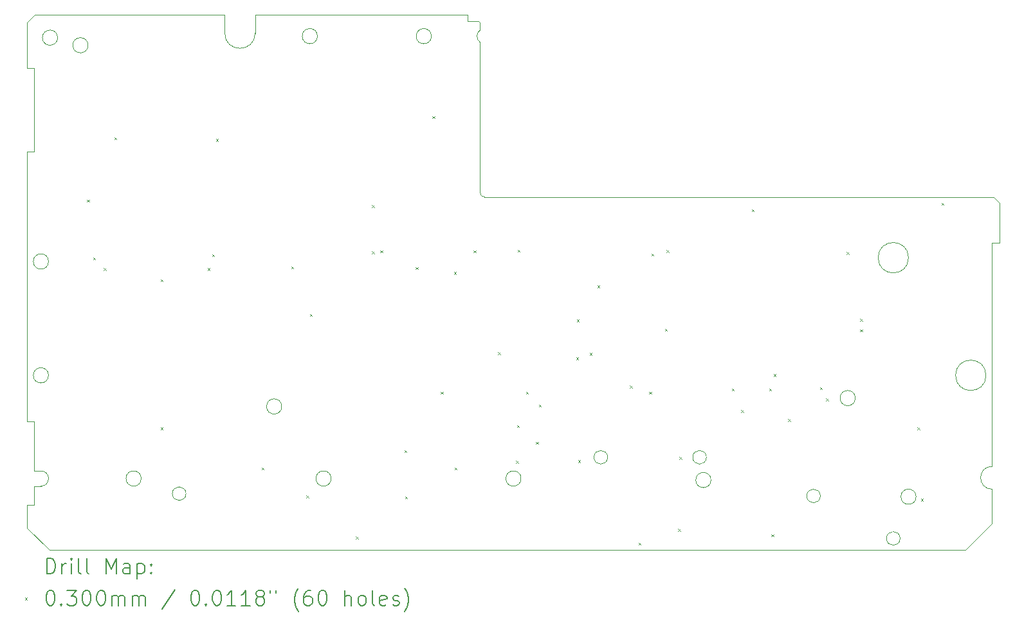
<source format=gbr>
%TF.GenerationSoftware,KiCad,Pcbnew,8.0.5-unknown-202409261835~48b9027842~ubuntu24.04.1*%
%TF.CreationDate,2024-10-03T20:36:13+08:00*%
%TF.ProjectId,EL6170_Pro_Max_Plus,454c3631-3730-45f5-9072-6f5f4d61785f,rev?*%
%TF.SameCoordinates,Original*%
%TF.FileFunction,Drillmap*%
%TF.FilePolarity,Positive*%
%FSLAX45Y45*%
G04 Gerber Fmt 4.5, Leading zero omitted, Abs format (unit mm)*
G04 Created by KiCad (PCBNEW 8.0.5-unknown-202409261835~48b9027842~ubuntu24.04.1) date 2024-10-03 20:36:13*
%MOMM*%
%LPD*%
G01*
G04 APERTURE LIST*
%ADD10C,0.050000*%
%ADD11C,0.200000*%
%ADD12C,0.100000*%
G04 APERTURE END LIST*
D10*
X9380000Y-12460000D02*
X9290000Y-12460000D01*
X21550000Y-13300000D02*
X9490000Y-13300000D01*
X9200000Y-12710000D02*
X9200000Y-13010000D01*
X15220000Y-8650000D02*
X21920000Y-8650000D01*
X20100000Y-11300000D02*
G75*
G02*
X19900000Y-11300000I-100000J0D01*
G01*
X19900000Y-11300000D02*
G75*
G02*
X20100000Y-11300000I100000J0D01*
G01*
X15140000Y-6330000D02*
X15160000Y-6350000D01*
X15000000Y-6250000D02*
X15000000Y-6330000D01*
X9290000Y-11610000D02*
X9200000Y-11610000D01*
X18200000Y-12380000D02*
G75*
G02*
X18000000Y-12380000I-100000J0D01*
G01*
X18000000Y-12380000D02*
G75*
G02*
X18200000Y-12380000I100000J0D01*
G01*
X9600000Y-6550000D02*
G75*
G02*
X9400000Y-6550000I-100000J0D01*
G01*
X9400000Y-6550000D02*
G75*
G02*
X9600000Y-6550000I100000J0D01*
G01*
X21900000Y-12500000D02*
X21900000Y-12950000D01*
X15220000Y-8650000D02*
G75*
G02*
X15160000Y-8590000I0J60000D01*
G01*
X14520000Y-6530000D02*
G75*
G02*
X14320000Y-6530000I-100000J0D01*
G01*
X14320000Y-6530000D02*
G75*
G02*
X14520000Y-6530000I100000J0D01*
G01*
X9290000Y-12260000D02*
X9290000Y-11610000D01*
X11800000Y-6250000D02*
X9300000Y-6250000D01*
X22000000Y-9250000D02*
X21900000Y-9250000D01*
X20690000Y-13150000D02*
G75*
G02*
X20510000Y-13150000I-90000J0D01*
G01*
X20510000Y-13150000D02*
G75*
G02*
X20690000Y-13150000I90000J0D01*
G01*
X21900000Y-9250000D02*
X21900000Y-12200000D01*
X10000000Y-6650000D02*
G75*
G02*
X9800000Y-6650000I-100000J0D01*
G01*
X9800000Y-6650000D02*
G75*
G02*
X10000000Y-6650000I100000J0D01*
G01*
X12550000Y-11410000D02*
G75*
G02*
X12350000Y-11410000I-100000J0D01*
G01*
X12350000Y-11410000D02*
G75*
G02*
X12550000Y-11410000I100000J0D01*
G01*
X9380000Y-12260000D02*
G75*
G02*
X9380000Y-12460000I0J-100000D01*
G01*
X11290000Y-12560000D02*
G75*
G02*
X11110000Y-12560000I-90000J0D01*
G01*
X11110000Y-12560000D02*
G75*
G02*
X11290000Y-12560000I90000J0D01*
G01*
X9490000Y-13300000D02*
X9200000Y-13010000D01*
X9200000Y-6350000D02*
X9200000Y-6950000D01*
X20900000Y-12600000D02*
G75*
G02*
X20700000Y-12600000I-100000J0D01*
G01*
X20700000Y-12600000D02*
G75*
G02*
X20900000Y-12600000I100000J0D01*
G01*
X13200000Y-12360000D02*
G75*
G02*
X13000000Y-12360000I-100000J0D01*
G01*
X13000000Y-12360000D02*
G75*
G02*
X13200000Y-12360000I100000J0D01*
G01*
X9380000Y-12260000D02*
X9290000Y-12260000D01*
X9290000Y-12460000D02*
X9290000Y-12710000D01*
X20800000Y-9450000D02*
G75*
G02*
X20400000Y-9450000I-200000J0D01*
G01*
X20400000Y-9450000D02*
G75*
G02*
X20800000Y-9450000I200000J0D01*
G01*
X21900000Y-12500000D02*
G75*
G02*
X21900000Y-12200000I0J150000D01*
G01*
X13020000Y-6530000D02*
G75*
G02*
X12820000Y-6530000I-100000J0D01*
G01*
X12820000Y-6530000D02*
G75*
G02*
X13020000Y-6530000I100000J0D01*
G01*
X9200000Y-6950000D02*
X9290000Y-6950000D01*
X9200000Y-11610000D02*
X9200000Y-8050000D01*
X18140000Y-12080000D02*
G75*
G02*
X17960000Y-12080000I-90000J0D01*
G01*
X17960000Y-12080000D02*
G75*
G02*
X18140000Y-12080000I90000J0D01*
G01*
X9480000Y-11000000D02*
G75*
G02*
X9280000Y-11000000I-100000J0D01*
G01*
X9280000Y-11000000D02*
G75*
G02*
X9480000Y-11000000I100000J0D01*
G01*
X9290000Y-6950000D02*
X9290000Y-8050000D01*
X9480000Y-9500000D02*
G75*
G02*
X9280000Y-9500000I-100000J0D01*
G01*
X9280000Y-9500000D02*
G75*
G02*
X9480000Y-9500000I100000J0D01*
G01*
X15000000Y-6330000D02*
X15140000Y-6330000D01*
X9290000Y-8050000D02*
X9200000Y-8050000D01*
X21900000Y-12950000D02*
X21550000Y-13300000D01*
X15000000Y-6250000D02*
X12200000Y-6250000D01*
X10700000Y-12360000D02*
G75*
G02*
X10500000Y-12360000I-100000J0D01*
G01*
X10500000Y-12360000D02*
G75*
G02*
X10700000Y-12360000I100000J0D01*
G01*
X12200000Y-6490000D02*
G75*
G02*
X11800000Y-6490000I-200000J0D01*
G01*
X9200000Y-12710000D02*
X9290000Y-12710000D01*
X9200000Y-6350000D02*
X9300000Y-6250000D01*
X15700000Y-12360000D02*
G75*
G02*
X15500000Y-12360000I-100000J0D01*
G01*
X15500000Y-12360000D02*
G75*
G02*
X15700000Y-12360000I100000J0D01*
G01*
X16840000Y-12080000D02*
G75*
G02*
X16660000Y-12080000I-90000J0D01*
G01*
X16660000Y-12080000D02*
G75*
G02*
X16840000Y-12080000I90000J0D01*
G01*
X19640000Y-12590000D02*
G75*
G02*
X19460000Y-12590000I-90000J0D01*
G01*
X19460000Y-12590000D02*
G75*
G02*
X19640000Y-12590000I90000J0D01*
G01*
X15160000Y-6610000D02*
X15160000Y-8590000D01*
X15160000Y-6350000D02*
X15160000Y-6450000D01*
X11800000Y-6490000D02*
X11800000Y-6250000D01*
X21920000Y-8650000D02*
X22000000Y-8730000D01*
X12200000Y-6490000D02*
X12200000Y-6250000D01*
X21820000Y-11000000D02*
G75*
G02*
X21420000Y-11000000I-200000J0D01*
G01*
X21420000Y-11000000D02*
G75*
G02*
X21820000Y-11000000I200000J0D01*
G01*
X22000000Y-8730000D02*
X22000000Y-9250000D01*
X15160000Y-6610000D02*
G75*
G02*
X15160000Y-6450000I60000J80000D01*
G01*
D11*
D12*
X9985000Y-8685000D02*
X10015000Y-8715000D01*
X10015000Y-8685000D02*
X9985000Y-8715000D01*
X10065000Y-9445000D02*
X10095000Y-9475000D01*
X10095000Y-9445000D02*
X10065000Y-9475000D01*
X10205000Y-9585000D02*
X10235000Y-9615000D01*
X10235000Y-9585000D02*
X10205000Y-9615000D01*
X10345000Y-7865000D02*
X10375000Y-7895000D01*
X10375000Y-7865000D02*
X10345000Y-7895000D01*
X10955000Y-9735000D02*
X10985000Y-9765000D01*
X10985000Y-9735000D02*
X10955000Y-9765000D01*
X10955000Y-11685000D02*
X10985000Y-11715000D01*
X10985000Y-11685000D02*
X10955000Y-11715000D01*
X11575000Y-9585000D02*
X11605000Y-9615000D01*
X11605000Y-9585000D02*
X11575000Y-9615000D01*
X11635000Y-9405000D02*
X11665000Y-9435000D01*
X11665000Y-9405000D02*
X11635000Y-9435000D01*
X11685000Y-7885000D02*
X11715000Y-7915000D01*
X11715000Y-7885000D02*
X11685000Y-7915000D01*
X12285000Y-12215000D02*
X12315000Y-12245000D01*
X12315000Y-12215000D02*
X12285000Y-12245000D01*
X12675000Y-9565000D02*
X12705000Y-9595000D01*
X12705000Y-9565000D02*
X12675000Y-9595000D01*
X12875000Y-12585000D02*
X12905000Y-12615000D01*
X12905000Y-12585000D02*
X12875000Y-12615000D01*
X12920899Y-10190871D02*
X12950899Y-10220871D01*
X12950899Y-10190871D02*
X12920899Y-10220871D01*
X13525000Y-13125000D02*
X13555000Y-13155000D01*
X13555000Y-13125000D02*
X13525000Y-13155000D01*
X13735000Y-8755000D02*
X13765000Y-8785000D01*
X13765000Y-8755000D02*
X13735000Y-8785000D01*
X13735000Y-9365000D02*
X13765000Y-9395000D01*
X13765000Y-9365000D02*
X13735000Y-9395000D01*
X13845000Y-9355000D02*
X13875000Y-9385000D01*
X13875000Y-9355000D02*
X13845000Y-9385000D01*
X14165000Y-11985000D02*
X14195000Y-12015000D01*
X14195000Y-11985000D02*
X14165000Y-12015000D01*
X14174786Y-12595213D02*
X14204786Y-12625213D01*
X14204786Y-12595213D02*
X14174786Y-12625213D01*
X14315000Y-9575000D02*
X14345000Y-9605000D01*
X14345000Y-9575000D02*
X14315000Y-9605000D01*
X14535000Y-7585000D02*
X14565000Y-7615000D01*
X14565000Y-7585000D02*
X14535000Y-7615000D01*
X14645000Y-11215000D02*
X14675000Y-11245000D01*
X14675000Y-11215000D02*
X14645000Y-11245000D01*
X14815000Y-9635000D02*
X14845000Y-9665000D01*
X14845000Y-9635000D02*
X14815000Y-9665000D01*
X14825000Y-12215000D02*
X14855000Y-12245000D01*
X14855000Y-12215000D02*
X14825000Y-12245000D01*
X15075000Y-9355000D02*
X15105000Y-9385000D01*
X15105000Y-9355000D02*
X15075000Y-9385000D01*
X15394786Y-10695213D02*
X15424786Y-10725213D01*
X15424786Y-10695213D02*
X15394786Y-10725213D01*
X15635000Y-12125000D02*
X15665000Y-12155000D01*
X15665000Y-12125000D02*
X15635000Y-12155000D01*
X15645000Y-11655000D02*
X15675000Y-11685000D01*
X15675000Y-11655000D02*
X15645000Y-11685000D01*
X15655000Y-9345000D02*
X15685000Y-9375000D01*
X15685000Y-9345000D02*
X15655000Y-9375000D01*
X15765000Y-11215000D02*
X15795000Y-11245000D01*
X15795000Y-11215000D02*
X15765000Y-11245000D01*
X15895000Y-11875000D02*
X15925000Y-11905000D01*
X15925000Y-11875000D02*
X15895000Y-11905000D01*
X15935000Y-11385000D02*
X15965000Y-11415000D01*
X15965000Y-11385000D02*
X15935000Y-11415000D01*
X16425000Y-10765000D02*
X16455000Y-10795000D01*
X16455000Y-10765000D02*
X16425000Y-10795000D01*
X16434808Y-10265000D02*
X16464808Y-10295000D01*
X16464808Y-10265000D02*
X16434808Y-10295000D01*
X16451722Y-12118785D02*
X16481722Y-12148785D01*
X16481722Y-12118785D02*
X16451722Y-12148785D01*
X16605000Y-10705000D02*
X16635000Y-10735000D01*
X16635000Y-10705000D02*
X16605000Y-10735000D01*
X16705000Y-9815000D02*
X16735000Y-9845000D01*
X16735000Y-9815000D02*
X16705000Y-9845000D01*
X17130147Y-11135000D02*
X17160147Y-11165000D01*
X17160147Y-11135000D02*
X17130147Y-11165000D01*
X17245000Y-13205000D02*
X17275000Y-13235000D01*
X17275000Y-13205000D02*
X17245000Y-13235000D01*
X17385000Y-11215000D02*
X17415000Y-11245000D01*
X17415000Y-11215000D02*
X17385000Y-11245000D01*
X17415000Y-9395000D02*
X17445000Y-9425000D01*
X17445000Y-9395000D02*
X17415000Y-9425000D01*
X17595000Y-10385000D02*
X17625000Y-10415000D01*
X17625000Y-10385000D02*
X17595000Y-10415000D01*
X17615000Y-9349000D02*
X17645000Y-9379000D01*
X17645000Y-9349000D02*
X17615000Y-9379000D01*
X17765000Y-13025000D02*
X17795000Y-13055000D01*
X17795000Y-13025000D02*
X17765000Y-13055000D01*
X17785000Y-12075000D02*
X17815000Y-12105000D01*
X17815000Y-12075000D02*
X17785000Y-12105000D01*
X18475000Y-11174241D02*
X18505000Y-11204241D01*
X18505000Y-11174241D02*
X18475000Y-11204241D01*
X18595000Y-11455000D02*
X18625000Y-11485000D01*
X18625000Y-11455000D02*
X18595000Y-11485000D01*
X18735207Y-8812556D02*
X18765207Y-8842556D01*
X18765207Y-8812556D02*
X18735207Y-8842556D01*
X18965535Y-11174241D02*
X18995535Y-11204241D01*
X18995535Y-11174241D02*
X18965535Y-11204241D01*
X18995000Y-13095000D02*
X19025000Y-13125000D01*
X19025000Y-13095000D02*
X18995000Y-13125000D01*
X19025000Y-10985000D02*
X19055000Y-11015000D01*
X19055000Y-10985000D02*
X19025000Y-11015000D01*
X19215000Y-11575000D02*
X19245000Y-11605000D01*
X19245000Y-11575000D02*
X19215000Y-11605000D01*
X19635000Y-11155000D02*
X19665000Y-11185000D01*
X19665000Y-11155000D02*
X19635000Y-11185000D01*
X19715000Y-11305000D02*
X19745000Y-11335000D01*
X19745000Y-11305000D02*
X19715000Y-11335000D01*
X19985000Y-9375000D02*
X20015000Y-9405000D01*
X20015000Y-9375000D02*
X19985000Y-9405000D01*
X20165000Y-10255000D02*
X20195000Y-10285000D01*
X20195000Y-10255000D02*
X20165000Y-10285000D01*
X20165000Y-10395000D02*
X20195000Y-10425000D01*
X20195000Y-10395000D02*
X20165000Y-10425000D01*
X20915000Y-11685000D02*
X20945000Y-11715000D01*
X20945000Y-11685000D02*
X20915000Y-11715000D01*
X20965000Y-12625000D02*
X20995000Y-12655000D01*
X20995000Y-12625000D02*
X20965000Y-12655000D01*
X21235000Y-8725000D02*
X21265000Y-8755000D01*
X21265000Y-8725000D02*
X21235000Y-8755000D01*
D11*
X9458277Y-13613984D02*
X9458277Y-13413984D01*
X9458277Y-13413984D02*
X9505896Y-13413984D01*
X9505896Y-13413984D02*
X9534467Y-13423508D01*
X9534467Y-13423508D02*
X9553515Y-13442555D01*
X9553515Y-13442555D02*
X9563039Y-13461603D01*
X9563039Y-13461603D02*
X9572563Y-13499698D01*
X9572563Y-13499698D02*
X9572563Y-13528269D01*
X9572563Y-13528269D02*
X9563039Y-13566365D01*
X9563039Y-13566365D02*
X9553515Y-13585412D01*
X9553515Y-13585412D02*
X9534467Y-13604460D01*
X9534467Y-13604460D02*
X9505896Y-13613984D01*
X9505896Y-13613984D02*
X9458277Y-13613984D01*
X9658277Y-13613984D02*
X9658277Y-13480650D01*
X9658277Y-13518746D02*
X9667801Y-13499698D01*
X9667801Y-13499698D02*
X9677324Y-13490174D01*
X9677324Y-13490174D02*
X9696372Y-13480650D01*
X9696372Y-13480650D02*
X9715420Y-13480650D01*
X9782086Y-13613984D02*
X9782086Y-13480650D01*
X9782086Y-13413984D02*
X9772563Y-13423508D01*
X9772563Y-13423508D02*
X9782086Y-13433031D01*
X9782086Y-13433031D02*
X9791610Y-13423508D01*
X9791610Y-13423508D02*
X9782086Y-13413984D01*
X9782086Y-13413984D02*
X9782086Y-13433031D01*
X9905896Y-13613984D02*
X9886848Y-13604460D01*
X9886848Y-13604460D02*
X9877324Y-13585412D01*
X9877324Y-13585412D02*
X9877324Y-13413984D01*
X10010658Y-13613984D02*
X9991610Y-13604460D01*
X9991610Y-13604460D02*
X9982086Y-13585412D01*
X9982086Y-13585412D02*
X9982086Y-13413984D01*
X10239229Y-13613984D02*
X10239229Y-13413984D01*
X10239229Y-13413984D02*
X10305896Y-13556841D01*
X10305896Y-13556841D02*
X10372563Y-13413984D01*
X10372563Y-13413984D02*
X10372563Y-13613984D01*
X10553515Y-13613984D02*
X10553515Y-13509222D01*
X10553515Y-13509222D02*
X10543991Y-13490174D01*
X10543991Y-13490174D02*
X10524944Y-13480650D01*
X10524944Y-13480650D02*
X10486848Y-13480650D01*
X10486848Y-13480650D02*
X10467801Y-13490174D01*
X10553515Y-13604460D02*
X10534467Y-13613984D01*
X10534467Y-13613984D02*
X10486848Y-13613984D01*
X10486848Y-13613984D02*
X10467801Y-13604460D01*
X10467801Y-13604460D02*
X10458277Y-13585412D01*
X10458277Y-13585412D02*
X10458277Y-13566365D01*
X10458277Y-13566365D02*
X10467801Y-13547317D01*
X10467801Y-13547317D02*
X10486848Y-13537793D01*
X10486848Y-13537793D02*
X10534467Y-13537793D01*
X10534467Y-13537793D02*
X10553515Y-13528269D01*
X10648753Y-13480650D02*
X10648753Y-13680650D01*
X10648753Y-13490174D02*
X10667801Y-13480650D01*
X10667801Y-13480650D02*
X10705896Y-13480650D01*
X10705896Y-13480650D02*
X10724944Y-13490174D01*
X10724944Y-13490174D02*
X10734467Y-13499698D01*
X10734467Y-13499698D02*
X10743991Y-13518746D01*
X10743991Y-13518746D02*
X10743991Y-13575888D01*
X10743991Y-13575888D02*
X10734467Y-13594936D01*
X10734467Y-13594936D02*
X10724944Y-13604460D01*
X10724944Y-13604460D02*
X10705896Y-13613984D01*
X10705896Y-13613984D02*
X10667801Y-13613984D01*
X10667801Y-13613984D02*
X10648753Y-13604460D01*
X10829705Y-13594936D02*
X10839229Y-13604460D01*
X10839229Y-13604460D02*
X10829705Y-13613984D01*
X10829705Y-13613984D02*
X10820182Y-13604460D01*
X10820182Y-13604460D02*
X10829705Y-13594936D01*
X10829705Y-13594936D02*
X10829705Y-13613984D01*
X10829705Y-13490174D02*
X10839229Y-13499698D01*
X10839229Y-13499698D02*
X10829705Y-13509222D01*
X10829705Y-13509222D02*
X10820182Y-13499698D01*
X10820182Y-13499698D02*
X10829705Y-13490174D01*
X10829705Y-13490174D02*
X10829705Y-13509222D01*
D12*
X9167500Y-13927500D02*
X9197500Y-13957500D01*
X9197500Y-13927500D02*
X9167500Y-13957500D01*
D11*
X9496372Y-13833984D02*
X9515420Y-13833984D01*
X9515420Y-13833984D02*
X9534467Y-13843508D01*
X9534467Y-13843508D02*
X9543991Y-13853031D01*
X9543991Y-13853031D02*
X9553515Y-13872079D01*
X9553515Y-13872079D02*
X9563039Y-13910174D01*
X9563039Y-13910174D02*
X9563039Y-13957793D01*
X9563039Y-13957793D02*
X9553515Y-13995888D01*
X9553515Y-13995888D02*
X9543991Y-14014936D01*
X9543991Y-14014936D02*
X9534467Y-14024460D01*
X9534467Y-14024460D02*
X9515420Y-14033984D01*
X9515420Y-14033984D02*
X9496372Y-14033984D01*
X9496372Y-14033984D02*
X9477324Y-14024460D01*
X9477324Y-14024460D02*
X9467801Y-14014936D01*
X9467801Y-14014936D02*
X9458277Y-13995888D01*
X9458277Y-13995888D02*
X9448753Y-13957793D01*
X9448753Y-13957793D02*
X9448753Y-13910174D01*
X9448753Y-13910174D02*
X9458277Y-13872079D01*
X9458277Y-13872079D02*
X9467801Y-13853031D01*
X9467801Y-13853031D02*
X9477324Y-13843508D01*
X9477324Y-13843508D02*
X9496372Y-13833984D01*
X9648753Y-14014936D02*
X9658277Y-14024460D01*
X9658277Y-14024460D02*
X9648753Y-14033984D01*
X9648753Y-14033984D02*
X9639229Y-14024460D01*
X9639229Y-14024460D02*
X9648753Y-14014936D01*
X9648753Y-14014936D02*
X9648753Y-14033984D01*
X9724944Y-13833984D02*
X9848753Y-13833984D01*
X9848753Y-13833984D02*
X9782086Y-13910174D01*
X9782086Y-13910174D02*
X9810658Y-13910174D01*
X9810658Y-13910174D02*
X9829705Y-13919698D01*
X9829705Y-13919698D02*
X9839229Y-13929222D01*
X9839229Y-13929222D02*
X9848753Y-13948269D01*
X9848753Y-13948269D02*
X9848753Y-13995888D01*
X9848753Y-13995888D02*
X9839229Y-14014936D01*
X9839229Y-14014936D02*
X9829705Y-14024460D01*
X9829705Y-14024460D02*
X9810658Y-14033984D01*
X9810658Y-14033984D02*
X9753515Y-14033984D01*
X9753515Y-14033984D02*
X9734467Y-14024460D01*
X9734467Y-14024460D02*
X9724944Y-14014936D01*
X9972563Y-13833984D02*
X9991610Y-13833984D01*
X9991610Y-13833984D02*
X10010658Y-13843508D01*
X10010658Y-13843508D02*
X10020182Y-13853031D01*
X10020182Y-13853031D02*
X10029705Y-13872079D01*
X10029705Y-13872079D02*
X10039229Y-13910174D01*
X10039229Y-13910174D02*
X10039229Y-13957793D01*
X10039229Y-13957793D02*
X10029705Y-13995888D01*
X10029705Y-13995888D02*
X10020182Y-14014936D01*
X10020182Y-14014936D02*
X10010658Y-14024460D01*
X10010658Y-14024460D02*
X9991610Y-14033984D01*
X9991610Y-14033984D02*
X9972563Y-14033984D01*
X9972563Y-14033984D02*
X9953515Y-14024460D01*
X9953515Y-14024460D02*
X9943991Y-14014936D01*
X9943991Y-14014936D02*
X9934467Y-13995888D01*
X9934467Y-13995888D02*
X9924944Y-13957793D01*
X9924944Y-13957793D02*
X9924944Y-13910174D01*
X9924944Y-13910174D02*
X9934467Y-13872079D01*
X9934467Y-13872079D02*
X9943991Y-13853031D01*
X9943991Y-13853031D02*
X9953515Y-13843508D01*
X9953515Y-13843508D02*
X9972563Y-13833984D01*
X10163039Y-13833984D02*
X10182086Y-13833984D01*
X10182086Y-13833984D02*
X10201134Y-13843508D01*
X10201134Y-13843508D02*
X10210658Y-13853031D01*
X10210658Y-13853031D02*
X10220182Y-13872079D01*
X10220182Y-13872079D02*
X10229705Y-13910174D01*
X10229705Y-13910174D02*
X10229705Y-13957793D01*
X10229705Y-13957793D02*
X10220182Y-13995888D01*
X10220182Y-13995888D02*
X10210658Y-14014936D01*
X10210658Y-14014936D02*
X10201134Y-14024460D01*
X10201134Y-14024460D02*
X10182086Y-14033984D01*
X10182086Y-14033984D02*
X10163039Y-14033984D01*
X10163039Y-14033984D02*
X10143991Y-14024460D01*
X10143991Y-14024460D02*
X10134467Y-14014936D01*
X10134467Y-14014936D02*
X10124944Y-13995888D01*
X10124944Y-13995888D02*
X10115420Y-13957793D01*
X10115420Y-13957793D02*
X10115420Y-13910174D01*
X10115420Y-13910174D02*
X10124944Y-13872079D01*
X10124944Y-13872079D02*
X10134467Y-13853031D01*
X10134467Y-13853031D02*
X10143991Y-13843508D01*
X10143991Y-13843508D02*
X10163039Y-13833984D01*
X10315420Y-14033984D02*
X10315420Y-13900650D01*
X10315420Y-13919698D02*
X10324944Y-13910174D01*
X10324944Y-13910174D02*
X10343991Y-13900650D01*
X10343991Y-13900650D02*
X10372563Y-13900650D01*
X10372563Y-13900650D02*
X10391610Y-13910174D01*
X10391610Y-13910174D02*
X10401134Y-13929222D01*
X10401134Y-13929222D02*
X10401134Y-14033984D01*
X10401134Y-13929222D02*
X10410658Y-13910174D01*
X10410658Y-13910174D02*
X10429705Y-13900650D01*
X10429705Y-13900650D02*
X10458277Y-13900650D01*
X10458277Y-13900650D02*
X10477325Y-13910174D01*
X10477325Y-13910174D02*
X10486848Y-13929222D01*
X10486848Y-13929222D02*
X10486848Y-14033984D01*
X10582086Y-14033984D02*
X10582086Y-13900650D01*
X10582086Y-13919698D02*
X10591610Y-13910174D01*
X10591610Y-13910174D02*
X10610658Y-13900650D01*
X10610658Y-13900650D02*
X10639229Y-13900650D01*
X10639229Y-13900650D02*
X10658277Y-13910174D01*
X10658277Y-13910174D02*
X10667801Y-13929222D01*
X10667801Y-13929222D02*
X10667801Y-14033984D01*
X10667801Y-13929222D02*
X10677325Y-13910174D01*
X10677325Y-13910174D02*
X10696372Y-13900650D01*
X10696372Y-13900650D02*
X10724944Y-13900650D01*
X10724944Y-13900650D02*
X10743991Y-13910174D01*
X10743991Y-13910174D02*
X10753515Y-13929222D01*
X10753515Y-13929222D02*
X10753515Y-14033984D01*
X11143991Y-13824460D02*
X10972563Y-14081603D01*
X11401134Y-13833984D02*
X11420182Y-13833984D01*
X11420182Y-13833984D02*
X11439229Y-13843508D01*
X11439229Y-13843508D02*
X11448753Y-13853031D01*
X11448753Y-13853031D02*
X11458277Y-13872079D01*
X11458277Y-13872079D02*
X11467801Y-13910174D01*
X11467801Y-13910174D02*
X11467801Y-13957793D01*
X11467801Y-13957793D02*
X11458277Y-13995888D01*
X11458277Y-13995888D02*
X11448753Y-14014936D01*
X11448753Y-14014936D02*
X11439229Y-14024460D01*
X11439229Y-14024460D02*
X11420182Y-14033984D01*
X11420182Y-14033984D02*
X11401134Y-14033984D01*
X11401134Y-14033984D02*
X11382086Y-14024460D01*
X11382086Y-14024460D02*
X11372563Y-14014936D01*
X11372563Y-14014936D02*
X11363039Y-13995888D01*
X11363039Y-13995888D02*
X11353515Y-13957793D01*
X11353515Y-13957793D02*
X11353515Y-13910174D01*
X11353515Y-13910174D02*
X11363039Y-13872079D01*
X11363039Y-13872079D02*
X11372563Y-13853031D01*
X11372563Y-13853031D02*
X11382086Y-13843508D01*
X11382086Y-13843508D02*
X11401134Y-13833984D01*
X11553515Y-14014936D02*
X11563039Y-14024460D01*
X11563039Y-14024460D02*
X11553515Y-14033984D01*
X11553515Y-14033984D02*
X11543991Y-14024460D01*
X11543991Y-14024460D02*
X11553515Y-14014936D01*
X11553515Y-14014936D02*
X11553515Y-14033984D01*
X11686848Y-13833984D02*
X11705896Y-13833984D01*
X11705896Y-13833984D02*
X11724944Y-13843508D01*
X11724944Y-13843508D02*
X11734467Y-13853031D01*
X11734467Y-13853031D02*
X11743991Y-13872079D01*
X11743991Y-13872079D02*
X11753515Y-13910174D01*
X11753515Y-13910174D02*
X11753515Y-13957793D01*
X11753515Y-13957793D02*
X11743991Y-13995888D01*
X11743991Y-13995888D02*
X11734467Y-14014936D01*
X11734467Y-14014936D02*
X11724944Y-14024460D01*
X11724944Y-14024460D02*
X11705896Y-14033984D01*
X11705896Y-14033984D02*
X11686848Y-14033984D01*
X11686848Y-14033984D02*
X11667801Y-14024460D01*
X11667801Y-14024460D02*
X11658277Y-14014936D01*
X11658277Y-14014936D02*
X11648753Y-13995888D01*
X11648753Y-13995888D02*
X11639229Y-13957793D01*
X11639229Y-13957793D02*
X11639229Y-13910174D01*
X11639229Y-13910174D02*
X11648753Y-13872079D01*
X11648753Y-13872079D02*
X11658277Y-13853031D01*
X11658277Y-13853031D02*
X11667801Y-13843508D01*
X11667801Y-13843508D02*
X11686848Y-13833984D01*
X11943991Y-14033984D02*
X11829706Y-14033984D01*
X11886848Y-14033984D02*
X11886848Y-13833984D01*
X11886848Y-13833984D02*
X11867801Y-13862555D01*
X11867801Y-13862555D02*
X11848753Y-13881603D01*
X11848753Y-13881603D02*
X11829706Y-13891127D01*
X12134467Y-14033984D02*
X12020182Y-14033984D01*
X12077325Y-14033984D02*
X12077325Y-13833984D01*
X12077325Y-13833984D02*
X12058277Y-13862555D01*
X12058277Y-13862555D02*
X12039229Y-13881603D01*
X12039229Y-13881603D02*
X12020182Y-13891127D01*
X12248753Y-13919698D02*
X12229706Y-13910174D01*
X12229706Y-13910174D02*
X12220182Y-13900650D01*
X12220182Y-13900650D02*
X12210658Y-13881603D01*
X12210658Y-13881603D02*
X12210658Y-13872079D01*
X12210658Y-13872079D02*
X12220182Y-13853031D01*
X12220182Y-13853031D02*
X12229706Y-13843508D01*
X12229706Y-13843508D02*
X12248753Y-13833984D01*
X12248753Y-13833984D02*
X12286848Y-13833984D01*
X12286848Y-13833984D02*
X12305896Y-13843508D01*
X12305896Y-13843508D02*
X12315420Y-13853031D01*
X12315420Y-13853031D02*
X12324944Y-13872079D01*
X12324944Y-13872079D02*
X12324944Y-13881603D01*
X12324944Y-13881603D02*
X12315420Y-13900650D01*
X12315420Y-13900650D02*
X12305896Y-13910174D01*
X12305896Y-13910174D02*
X12286848Y-13919698D01*
X12286848Y-13919698D02*
X12248753Y-13919698D01*
X12248753Y-13919698D02*
X12229706Y-13929222D01*
X12229706Y-13929222D02*
X12220182Y-13938746D01*
X12220182Y-13938746D02*
X12210658Y-13957793D01*
X12210658Y-13957793D02*
X12210658Y-13995888D01*
X12210658Y-13995888D02*
X12220182Y-14014936D01*
X12220182Y-14014936D02*
X12229706Y-14024460D01*
X12229706Y-14024460D02*
X12248753Y-14033984D01*
X12248753Y-14033984D02*
X12286848Y-14033984D01*
X12286848Y-14033984D02*
X12305896Y-14024460D01*
X12305896Y-14024460D02*
X12315420Y-14014936D01*
X12315420Y-14014936D02*
X12324944Y-13995888D01*
X12324944Y-13995888D02*
X12324944Y-13957793D01*
X12324944Y-13957793D02*
X12315420Y-13938746D01*
X12315420Y-13938746D02*
X12305896Y-13929222D01*
X12305896Y-13929222D02*
X12286848Y-13919698D01*
X12401134Y-13833984D02*
X12401134Y-13872079D01*
X12477325Y-13833984D02*
X12477325Y-13872079D01*
X12772563Y-14110174D02*
X12763039Y-14100650D01*
X12763039Y-14100650D02*
X12743991Y-14072079D01*
X12743991Y-14072079D02*
X12734468Y-14053031D01*
X12734468Y-14053031D02*
X12724944Y-14024460D01*
X12724944Y-14024460D02*
X12715420Y-13976841D01*
X12715420Y-13976841D02*
X12715420Y-13938746D01*
X12715420Y-13938746D02*
X12724944Y-13891127D01*
X12724944Y-13891127D02*
X12734468Y-13862555D01*
X12734468Y-13862555D02*
X12743991Y-13843508D01*
X12743991Y-13843508D02*
X12763039Y-13814936D01*
X12763039Y-13814936D02*
X12772563Y-13805412D01*
X12934468Y-13833984D02*
X12896372Y-13833984D01*
X12896372Y-13833984D02*
X12877325Y-13843508D01*
X12877325Y-13843508D02*
X12867801Y-13853031D01*
X12867801Y-13853031D02*
X12848753Y-13881603D01*
X12848753Y-13881603D02*
X12839229Y-13919698D01*
X12839229Y-13919698D02*
X12839229Y-13995888D01*
X12839229Y-13995888D02*
X12848753Y-14014936D01*
X12848753Y-14014936D02*
X12858277Y-14024460D01*
X12858277Y-14024460D02*
X12877325Y-14033984D01*
X12877325Y-14033984D02*
X12915420Y-14033984D01*
X12915420Y-14033984D02*
X12934468Y-14024460D01*
X12934468Y-14024460D02*
X12943991Y-14014936D01*
X12943991Y-14014936D02*
X12953515Y-13995888D01*
X12953515Y-13995888D02*
X12953515Y-13948269D01*
X12953515Y-13948269D02*
X12943991Y-13929222D01*
X12943991Y-13929222D02*
X12934468Y-13919698D01*
X12934468Y-13919698D02*
X12915420Y-13910174D01*
X12915420Y-13910174D02*
X12877325Y-13910174D01*
X12877325Y-13910174D02*
X12858277Y-13919698D01*
X12858277Y-13919698D02*
X12848753Y-13929222D01*
X12848753Y-13929222D02*
X12839229Y-13948269D01*
X13077325Y-13833984D02*
X13096372Y-13833984D01*
X13096372Y-13833984D02*
X13115420Y-13843508D01*
X13115420Y-13843508D02*
X13124944Y-13853031D01*
X13124944Y-13853031D02*
X13134468Y-13872079D01*
X13134468Y-13872079D02*
X13143991Y-13910174D01*
X13143991Y-13910174D02*
X13143991Y-13957793D01*
X13143991Y-13957793D02*
X13134468Y-13995888D01*
X13134468Y-13995888D02*
X13124944Y-14014936D01*
X13124944Y-14014936D02*
X13115420Y-14024460D01*
X13115420Y-14024460D02*
X13096372Y-14033984D01*
X13096372Y-14033984D02*
X13077325Y-14033984D01*
X13077325Y-14033984D02*
X13058277Y-14024460D01*
X13058277Y-14024460D02*
X13048753Y-14014936D01*
X13048753Y-14014936D02*
X13039229Y-13995888D01*
X13039229Y-13995888D02*
X13029706Y-13957793D01*
X13029706Y-13957793D02*
X13029706Y-13910174D01*
X13029706Y-13910174D02*
X13039229Y-13872079D01*
X13039229Y-13872079D02*
X13048753Y-13853031D01*
X13048753Y-13853031D02*
X13058277Y-13843508D01*
X13058277Y-13843508D02*
X13077325Y-13833984D01*
X13382087Y-14033984D02*
X13382087Y-13833984D01*
X13467801Y-14033984D02*
X13467801Y-13929222D01*
X13467801Y-13929222D02*
X13458277Y-13910174D01*
X13458277Y-13910174D02*
X13439230Y-13900650D01*
X13439230Y-13900650D02*
X13410658Y-13900650D01*
X13410658Y-13900650D02*
X13391610Y-13910174D01*
X13391610Y-13910174D02*
X13382087Y-13919698D01*
X13591610Y-14033984D02*
X13572563Y-14024460D01*
X13572563Y-14024460D02*
X13563039Y-14014936D01*
X13563039Y-14014936D02*
X13553515Y-13995888D01*
X13553515Y-13995888D02*
X13553515Y-13938746D01*
X13553515Y-13938746D02*
X13563039Y-13919698D01*
X13563039Y-13919698D02*
X13572563Y-13910174D01*
X13572563Y-13910174D02*
X13591610Y-13900650D01*
X13591610Y-13900650D02*
X13620182Y-13900650D01*
X13620182Y-13900650D02*
X13639230Y-13910174D01*
X13639230Y-13910174D02*
X13648753Y-13919698D01*
X13648753Y-13919698D02*
X13658277Y-13938746D01*
X13658277Y-13938746D02*
X13658277Y-13995888D01*
X13658277Y-13995888D02*
X13648753Y-14014936D01*
X13648753Y-14014936D02*
X13639230Y-14024460D01*
X13639230Y-14024460D02*
X13620182Y-14033984D01*
X13620182Y-14033984D02*
X13591610Y-14033984D01*
X13772563Y-14033984D02*
X13753515Y-14024460D01*
X13753515Y-14024460D02*
X13743991Y-14005412D01*
X13743991Y-14005412D02*
X13743991Y-13833984D01*
X13924944Y-14024460D02*
X13905896Y-14033984D01*
X13905896Y-14033984D02*
X13867801Y-14033984D01*
X13867801Y-14033984D02*
X13848753Y-14024460D01*
X13848753Y-14024460D02*
X13839230Y-14005412D01*
X13839230Y-14005412D02*
X13839230Y-13929222D01*
X13839230Y-13929222D02*
X13848753Y-13910174D01*
X13848753Y-13910174D02*
X13867801Y-13900650D01*
X13867801Y-13900650D02*
X13905896Y-13900650D01*
X13905896Y-13900650D02*
X13924944Y-13910174D01*
X13924944Y-13910174D02*
X13934468Y-13929222D01*
X13934468Y-13929222D02*
X13934468Y-13948269D01*
X13934468Y-13948269D02*
X13839230Y-13967317D01*
X14010658Y-14024460D02*
X14029706Y-14033984D01*
X14029706Y-14033984D02*
X14067801Y-14033984D01*
X14067801Y-14033984D02*
X14086849Y-14024460D01*
X14086849Y-14024460D02*
X14096372Y-14005412D01*
X14096372Y-14005412D02*
X14096372Y-13995888D01*
X14096372Y-13995888D02*
X14086849Y-13976841D01*
X14086849Y-13976841D02*
X14067801Y-13967317D01*
X14067801Y-13967317D02*
X14039230Y-13967317D01*
X14039230Y-13967317D02*
X14020182Y-13957793D01*
X14020182Y-13957793D02*
X14010658Y-13938746D01*
X14010658Y-13938746D02*
X14010658Y-13929222D01*
X14010658Y-13929222D02*
X14020182Y-13910174D01*
X14020182Y-13910174D02*
X14039230Y-13900650D01*
X14039230Y-13900650D02*
X14067801Y-13900650D01*
X14067801Y-13900650D02*
X14086849Y-13910174D01*
X14163039Y-14110174D02*
X14172563Y-14100650D01*
X14172563Y-14100650D02*
X14191611Y-14072079D01*
X14191611Y-14072079D02*
X14201134Y-14053031D01*
X14201134Y-14053031D02*
X14210658Y-14024460D01*
X14210658Y-14024460D02*
X14220182Y-13976841D01*
X14220182Y-13976841D02*
X14220182Y-13938746D01*
X14220182Y-13938746D02*
X14210658Y-13891127D01*
X14210658Y-13891127D02*
X14201134Y-13862555D01*
X14201134Y-13862555D02*
X14191611Y-13843508D01*
X14191611Y-13843508D02*
X14172563Y-13814936D01*
X14172563Y-13814936D02*
X14163039Y-13805412D01*
M02*

</source>
